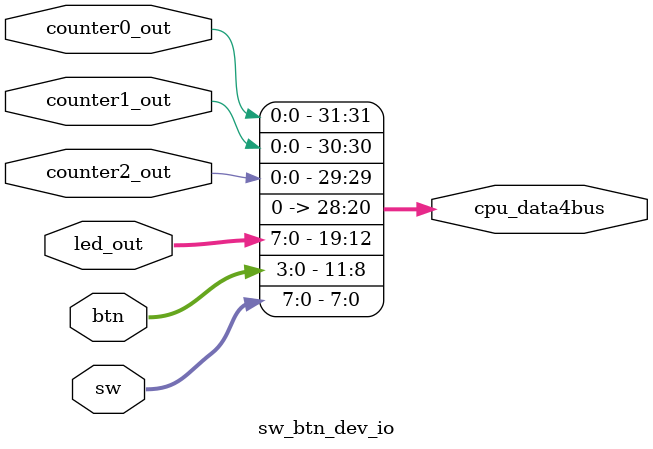
<source format=v>
`timescale 1ns / 1ps
module sw_btn_dev_io(counter0_out, counter1_out, counter2_out, led_out, btn, sw, cpu_data4bus);
input		counter0_out, counter1_out, counter2_out;
input		[3:0]		btn;
input		[7:0]		sw, led_out;
output	[31:0]	cpu_data4bus = {counter0_out, counter1_out, counter2_out, 9'h0, led_out, btn, sw};

endmodule

</source>
